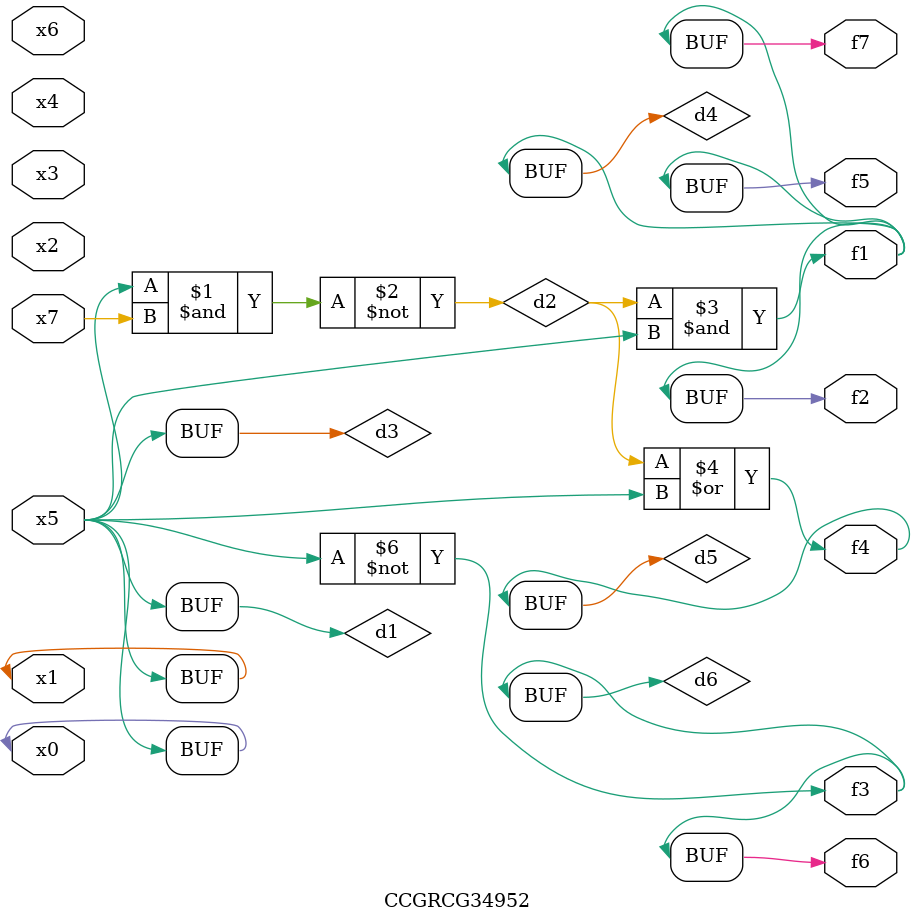
<source format=v>
module CCGRCG34952(
	input x0, x1, x2, x3, x4, x5, x6, x7,
	output f1, f2, f3, f4, f5, f6, f7
);

	wire d1, d2, d3, d4, d5, d6;

	buf (d1, x0, x5);
	nand (d2, x5, x7);
	buf (d3, x0, x1);
	and (d4, d2, d3);
	or (d5, d2, d3);
	nor (d6, d1, d3);
	assign f1 = d4;
	assign f2 = d4;
	assign f3 = d6;
	assign f4 = d5;
	assign f5 = d4;
	assign f6 = d6;
	assign f7 = d4;
endmodule

</source>
